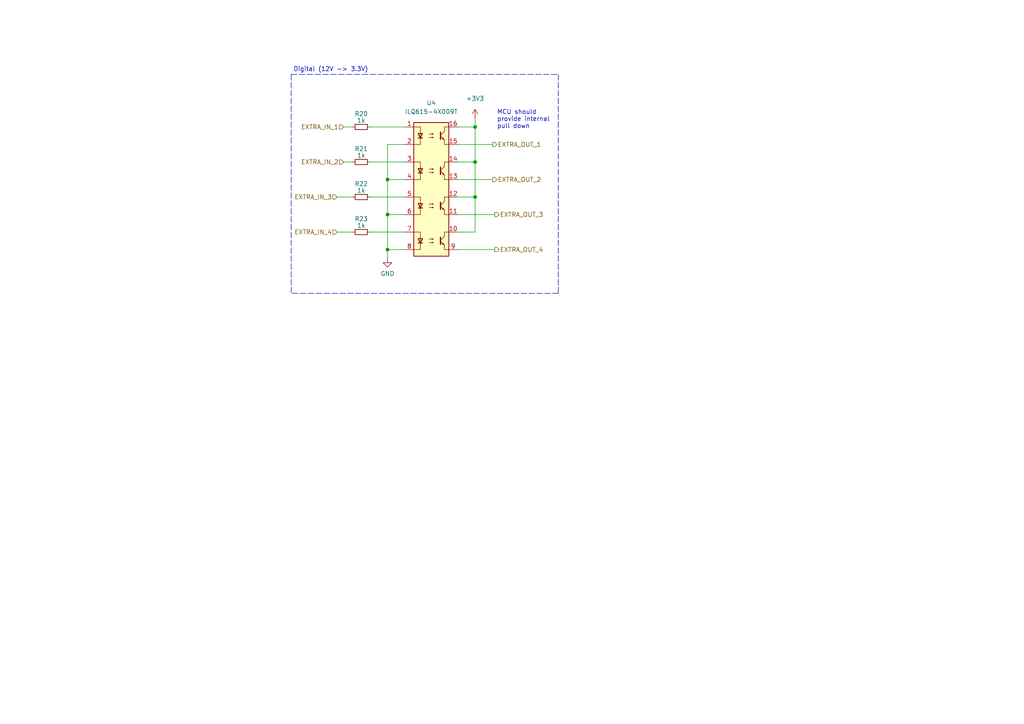
<source format=kicad_sch>
(kicad_sch (version 20211123) (generator eeschema)
  (paper "A4")
  (title_block (title "On-Car Telemetry") (date "2023-03-31") (rev "1.0.0") (company "SUFST - Southampton University Formula Student Team") (comment 1 "STAG 9") (comment 2 "Esteban Norena") (comment 3 "Tim Brewis"))
  (lib_symbols
    (symbol "Device:R_Small" (pin_numbers hide) (pin_names (offset 0.254) hide)
      (property "Reference" "R" (at 0.762 0.508 0))
      (property "Value" "R_Small" (at 0.762 -1.016 0))
      (symbol "R_Small_0_1"
        (rectangle (start -0.762 1.778) (end 0.762 -1.778) (stroke (width 0.2032)))
      )
      (symbol "R_Small_1_1"
        (pin passive line (at 0 2.54 270) (length 0.762) (name "~") (number "1"))
        (pin passive line (at 0 -2.54 90) (length 0.762) (name "~") (number "2"))
      )
    )
    (symbol "SUFST:ILQ615-4X009T"
      (property "Reference" "U" (at 0 15.875 0))
      (property "Value" "ILQ615-4X009T" (at 0 13.97 0))
      (symbol "ILQ615-4X009T_0_1"
        (rectangle (start -5.08 11.43) (end 5.08 -27.305) (stroke (width 0.254)) (fill (type background)))
        (polyline (pts (xy -3.81 -23.495) (xy -2.54 -23.495)) (stroke (width 0.254)))
        (polyline (pts (xy -3.81 -13.335) (xy -2.54 -13.335)) (stroke (width 0.254)))
        (polyline (pts (xy -3.81 -3.175) (xy -2.54 -3.175)) (stroke (width 0.254)))
        (polyline (pts (xy -3.81 6.985) (xy -2.54 6.985)) (stroke (width 0.254)))
        (polyline (pts (xy 2.667 -22.987) (xy 3.81 -24.13)))
        (polyline (pts (xy 2.667 -22.733) (xy 3.81 -21.59)))
        (polyline (pts (xy 2.667 -12.827) (xy 3.81 -13.97)))
        (polyline (pts (xy 2.667 -12.573) (xy 3.81 -11.43)))
        (polyline (pts (xy 2.667 -2.667) (xy 3.81 -3.81)))
        (polyline (pts (xy 2.667 -2.413) (xy 3.81 -1.27)))
        (polyline (pts (xy 2.667 7.493) (xy 3.81 6.35)))
        (polyline (pts (xy 2.667 7.747) (xy 3.81 8.89)))
        (polyline (pts (xy 3.81 -25.4) (xy 5.08 -25.4)))
        (polyline (pts (xy 3.81 -24.13) (xy 3.81 -25.4)))
        (polyline (pts (xy 3.81 -21.59) (xy 3.81 -20.32)))
        (polyline (pts (xy 3.81 -20.32) (xy 5.08 -20.32)))
        (polyline (pts (xy 3.81 -15.24) (xy 5.08 -15.24)))
        (polyline (pts (xy 3.81 -13.97) (xy 3.81 -15.24)))
        (polyline (pts (xy 3.81 -11.43) (xy 3.81 -10.16)))
        (polyline (pts (xy 3.81 -10.16) (xy 5.08 -10.16)))
        (polyline (pts (xy 3.81 -5.08) (xy 5.08 -5.08)))
        (polyline (pts (xy 3.81 -3.81) (xy 3.81 -5.08)))
        (polyline (pts (xy 3.81 -1.27) (xy 3.81 0)))
        (polyline (pts (xy 3.81 0) (xy 5.08 0)))
        (polyline (pts (xy 3.81 5.08) (xy 5.08 5.08)))
        (polyline (pts (xy 3.81 6.35) (xy 3.81 5.08)))
        (polyline (pts (xy 3.81 8.89) (xy 3.81 10.16)))
        (polyline (pts (xy 3.81 10.16) (xy 5.08 10.16)))
        (polyline (pts (xy 2.667 -21.844) (xy 2.667 -23.876) (xy 2.667 -23.876)) (stroke (width 0.3556)))
        (polyline (pts (xy 2.667 -11.684) (xy 2.667 -13.716) (xy 2.667 -13.716)) (stroke (width 0.3556)))
        (polyline (pts (xy 2.667 -1.524) (xy 2.667 -3.556) (xy 2.667 -3.556)) (stroke (width 0.3556)))
        (polyline (pts (xy 2.667 8.636) (xy 2.667 6.604) (xy 2.667 6.604)) (stroke (width 0.3556)))
        (polyline (pts (xy -5.08 -25.4) (xy -3.175 -25.4) (xy -3.175 -20.32) (xy -5.08 -20.32)))
        (polyline (pts (xy -5.08 -15.24) (xy -3.175 -15.24) (xy -3.175 -10.16) (xy -5.08 -10.16)))
        (polyline (pts (xy -5.08 -5.08) (xy -3.175 -5.08) (xy -3.175 0) (xy -5.08 0)))
        (polyline (pts (xy -5.08 5.08) (xy -3.175 5.08) (xy -3.175 10.16) (xy -5.08 10.16)))
        (polyline (pts (xy -3.175 -23.495) (xy -3.81 -22.225) (xy -2.54 -22.225) (xy -3.175 -23.495)) (stroke (width 0.254)))
        (polyline (pts (xy -3.175 -13.335) (xy -3.81 -12.065) (xy -2.54 -12.065) (xy -3.175 -13.335)) (stroke (width 0.254)))
        (polyline (pts (xy -3.175 -3.175) (xy -3.81 -1.905) (xy -2.54 -1.905) (xy -3.175 -3.175)) (stroke (width 0.254)))
        (polyline (pts (xy -3.175 6.985) (xy -3.81 8.255) (xy -2.54 8.255) (xy -3.175 6.985)) (stroke (width 0.254)))
        (polyline (pts (xy 3.683 -24.003) (xy 3.429 -23.495) (xy 3.175 -23.749) (xy 3.683 -24.003)))
        (polyline (pts (xy 3.683 -13.843) (xy 3.429 -13.335) (xy 3.175 -13.589) (xy 3.683 -13.843)))
        (polyline (pts (xy 3.683 -3.683) (xy 3.429 -3.175) (xy 3.175 -3.429) (xy 3.683 -3.683)))
        (polyline (pts (xy 3.683 6.477) (xy 3.429 6.985) (xy 3.175 6.731) (xy 3.683 6.477)))
        (polyline (pts (xy -0.635 -23.368) (xy 0.635 -23.368) (xy 0.254 -23.495) (xy 0.254 -23.241) (xy 0.635 -23.368)))
        (polyline (pts (xy -0.635 -22.352) (xy 0.635 -22.352) (xy 0.254 -22.479) (xy 0.254 -22.225) (xy 0.635 -22.352)))
        (polyline (pts (xy -0.635 -13.208) (xy 0.635 -13.208) (xy 0.254 -13.335) (xy 0.254 -13.081) (xy 0.635 -13.208)))
        (polyline (pts (xy -0.635 -12.192) (xy 0.635 -12.192) (xy 0.254 -12.319) (xy 0.254 -12.065) (xy 0.635 -12.192)))
        (polyline (pts (xy -0.635 -3.048) (xy 0.635 -3.048) (xy 0.254 -3.175) (xy 0.254 -2.921) (xy 0.635 -3.048)))
        (polyline (pts (xy -0.635 -2.032) (xy 0.635 -2.032) (xy 0.254 -2.159) (xy 0.254 -1.905) (xy 0.635 -2.032)))
        (polyline (pts (xy -0.635 7.112) (xy 0.635 7.112) (xy 0.254 6.985) (xy 0.254 7.239) (xy 0.635 7.112)))
        (polyline (pts (xy -0.635 8.128) (xy 0.635 8.128) (xy 0.254 8.001) (xy 0.254 8.255) (xy 0.635 8.128)))
      )
      (symbol "ILQ615-4X009T_1_1"
        (pin passive line (at -7.62 10.16 0) (length 2.54) (name "~") (number "1"))
        (pin passive line (at 7.62 -20.32 180) (length 2.54) (name "~") (number "10"))
        (pin passive line (at 7.62 -15.24 180) (length 2.54) (name "~") (number "11"))
        (pin passive line (at 7.62 -10.16 180) (length 2.54) (name "~") (number "12"))
        (pin passive line (at 7.62 -5.08 180) (length 2.54) (name "~") (number "13"))
        (pin passive line (at 7.62 0 180) (length 2.54) (name "~") (number "14"))
        (pin passive line (at 7.62 5.08 180) (length 2.54) (name "~") (number "15"))
        (pin passive line (at 7.62 10.16 180) (length 2.54) (name "~") (number "16"))
        (pin passive line (at -7.62 5.08 0) (length 2.54) (name "~") (number "2"))
        (pin passive line (at -7.62 0 0) (length 2.54) (name "~") (number "3"))
        (pin passive line (at -7.62 -5.08 0) (length 2.54) (name "~") (number "4"))
        (pin passive line (at -7.62 -10.16 0) (length 2.54) (name "~") (number "5"))
        (pin passive line (at -7.62 -15.24 0) (length 2.54) (name "~") (number "6"))
        (pin passive line (at -7.62 -20.32 0) (length 2.54) (name "~") (number "7"))
        (pin passive line (at -7.62 -25.4 0) (length 2.54) (name "~") (number "8"))
        (pin passive line (at 7.62 -25.4 180) (length 2.54) (name "~") (number "9"))
      )
    )
    (symbol "power:+3V3" (power) (pin_names (offset 0))
      (property "Value" "+3V3" (at 0 3.556 0))
      (symbol "+3V3_0_1"
        (polyline (pts (xy -0.762 1.27) (xy 0 2.54)))
        (polyline (pts (xy 0 0) (xy 0 2.54)))
        (polyline (pts (xy 0 2.54) (xy 0.762 1.27)))
      )
      (symbol "+3V3_1_1"
        (pin power_in line (at 0 0 90) (length 0) hide (name "+3V3") (number "1"))
      )
    )
    (symbol "power:GND" (power) (pin_names (offset 0))
      (property "Value" "GND" (at 0 -3.81 0))
      (symbol "GND_0_1"
        (polyline (pts (xy 0 0) (xy 0 -1.27) (xy 1.27 -1.27) (xy 0 -2.54) (xy -1.27 -1.27) (xy 0 -1.27)))
      )
      (symbol "GND_1_1"
        (pin power_in line (at 0 0 270) (length 0) hide (name "GND") (number "1"))
      )
    )
  )
  (junction (at 137.795 57.15))
  (junction (at 137.795 36.83))
  (junction (at 137.795 46.99))
  (junction (at 112.395 72.39))
  (junction (at 112.395 62.23))
  (junction (at 112.395 52.07))
  (polyline (pts (xy 84.455 21.59) (xy 84.455 85.09)))
  (wire (pts (xy 112.395 62.23) (xy 112.395 72.39)))
  (wire (pts (xy 132.715 41.91) (xy 142.875 41.91)))
  (polyline (pts (xy 161.925 21.59) (xy 161.925 85.09)))
  (wire (pts (xy 112.395 72.39) (xy 117.475 72.39)))
  (wire (pts (xy 112.395 41.91) (xy 117.475 41.91)))
  (wire (pts (xy 132.715 62.23) (xy 143.51 62.23)))
  (wire (pts (xy 132.715 52.07) (xy 142.875 52.07)))
  (wire (pts (xy 137.795 57.15) (xy 132.715 57.15)))
  (wire (pts (xy 137.795 46.99) (xy 137.795 57.15)))
  (wire (pts (xy 107.315 46.99) (xy 117.475 46.99)))
  (polyline (pts (xy 161.925 85.09) (xy 84.455 85.09)))
  (wire (pts (xy 132.715 67.31) (xy 137.795 67.31)))
  (wire (pts (xy 97.79 57.15) (xy 102.235 57.15)))
  (wire (pts (xy 132.715 72.39) (xy 143.51 72.39)))
  (wire (pts (xy 137.795 46.99) (xy 132.715 46.99)))
  (wire (pts (xy 137.795 36.83) (xy 137.795 46.99)))
  (wire (pts (xy 99.695 36.83) (xy 102.235 36.83)))
  (wire (pts (xy 112.395 52.07) (xy 117.475 52.07)))
  (wire (pts (xy 107.315 57.15) (xy 117.475 57.15)))
  (wire (pts (xy 137.795 34.29) (xy 137.795 36.83)))
  (wire (pts (xy 107.315 36.83) (xy 117.475 36.83)))
  (wire (pts (xy 112.395 41.91) (xy 112.395 52.07)))
  (polyline (pts (xy 84.455 21.59) (xy 161.925 21.59)))
  (wire (pts (xy 107.315 67.31) (xy 117.475 67.31)))
  (wire (pts (xy 112.395 52.07) (xy 112.395 62.23)))
  (wire (pts (xy 112.395 72.39) (xy 112.395 74.93)))
  (wire (pts (xy 112.395 62.23) (xy 117.475 62.23)))
  (wire (pts (xy 137.795 67.31) (xy 137.795 57.15)))
  (wire (pts (xy 132.715 36.83) (xy 137.795 36.83)))
  (wire (pts (xy 99.695 46.99) (xy 102.235 46.99)))
  (wire (pts (xy 97.79 67.31) (xy 102.235 67.31)))
  (text "Digital (12V -> 3.3V)" (at 85.09 20.955 0) (effects (font (size 1.27 1.27)) (justify left bottom)))
  (text "MCU should\nprovide internal\npull down" (at 144.145 37.465 0) (effects (font (size 1.27 1.27)) (justify left bottom)))
  (hierarchical_label "EXTRA_OUT_1" (shape output) (at 142.875 41.91 0))
  (hierarchical_label "EXTRA_IN_2" (shape input) (at 99.695 46.99 180))
  (hierarchical_label "EXTRA_IN_1" (shape input) (at 99.695 36.83 180))
  (hierarchical_label "EXTRA_OUT_4" (shape output) (at 143.51 72.39 0))
  (hierarchical_label "EXTRA_OUT_2" (shape output) (at 142.875 52.07 0))
  (hierarchical_label "EXTRA_IN_4" (shape input) (at 97.79 67.31 180))
  (hierarchical_label "EXTRA_OUT_3" (shape output) (at 143.51 62.23 0))
  (hierarchical_label "EXTRA_IN_3" (shape input) (at 97.79 57.15 180))
  (symbol (lib_id "power:+3V3") (at 137.795 34.29 0) (unit 1)
    (property "Reference" "#PWR029" (effects hide))
    (property "Value" "+3V3" (at 137.795 28.575 0))
  )
  (symbol (lib_id "Device:R_Small") (at 104.775 57.15 90) (unit 1)
    (property "Reference" "R22" (at 104.775 53.34 90))
    (property "Value" "1k" (at 104.775 55.245 90))
    (property "Footprint" "Resistor_SMD:R_0805_2012Metric_Pad1.20x1.40mm_HandSolder" (effects hide))
    (property "Datasheet" "https://www.mouser.co.uk/datasheet/2/427/crcwce3-1762584.pdf" (effects hide))
    (property "Optional" "False" (effects hide))
    (property "Supplier" "Mouser" (effects hide))
  )
  (symbol (lib_id "Device:R_Small") (at 104.775 67.31 90) (unit 1)
    (property "Reference" "R23" (at 104.775 63.5 90))
    (property "Value" "1k" (at 104.775 65.405 90))
    (property "Footprint" "Resistor_SMD:R_0805_2012Metric_Pad1.20x1.40mm_HandSolder" (effects hide))
    (property "Datasheet" "https://www.mouser.co.uk/datasheet/2/427/crcwce3-1762584.pdf" (effects hide))
    (property "Optional" "False" (effects hide))
    (property "Supplier" "Mouser" (effects hide))
  )
  (symbol (lib_id "power:GND") (at 112.395 74.93 0) (unit 1)
    (property "Reference" "#PWR028" (effects hide))
    (property "Value" "GND" (at 112.395 79.375 0))
  )
  (symbol (lib_id "Device:R_Small") (at 104.775 36.83 90) (unit 1)
    (property "Reference" "R20" (at 104.775 33.02 90))
    (property "Value" "1k" (at 104.775 34.925 90))
    (property "Footprint" "Resistor_SMD:R_0805_2012Metric_Pad1.20x1.40mm_HandSolder" (effects hide))
    (property "Datasheet" "https://www.mouser.co.uk/datasheet/2/427/crcwce3-1762584.pdf" (effects hide))
    (property "Optional" "False" (effects hide))
    (property "Supplier" "Mouser" (effects hide))
  )
  (symbol (lib_id "SUFST:ILQ615-4X009T") (at 125.095 46.99 0) (unit 1)
    (property "Reference" "U4" (at 125.095 29.845 0))
    (property "Value" "ILQ615-4X009T" (at 125.095 32.385 0))
    (property "Footprint" "SUFST:SOIC254P1005X380-16N" (effects hide))
    (property "Datasheet" "https://www.vishay.com/docs/83652/ild615.pdf" (effects hide))
    (property "Supplier" "Mouser" (effects hide))
    (property "Order Code" "782-ILQ615-4X009" (effects hide))
    (property "Optional" "False" (effects hide))
  )
  (symbol (lib_id "Device:R_Small") (at 104.775 46.99 90) (unit 1)
    (property "Reference" "R21" (at 104.775 43.18 90))
    (property "Value" "1k" (at 104.775 45.085 90))
    (property "Footprint" "Resistor_SMD:R_0805_2012Metric_Pad1.20x1.40mm_HandSolder" (effects hide))
    (property "Datasheet" "https://www.mouser.co.uk/datasheet/2/427/crcwce3-1762584.pdf" (effects hide))
    (property "Optional" "False" (effects hide))
    (property "Supplier" "Mouser" (effects hide))
  )
)
</source>
